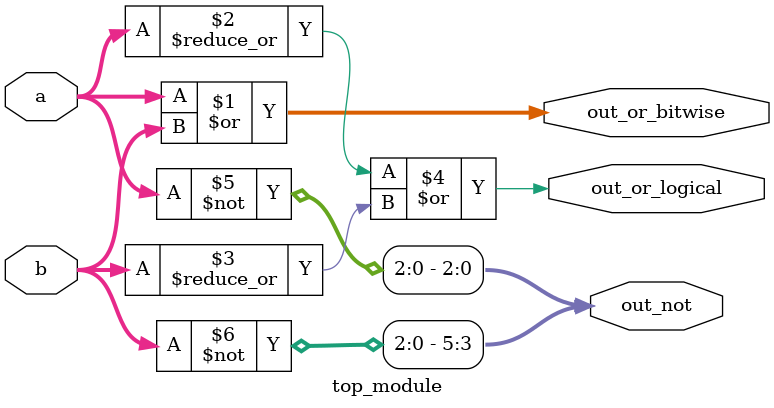
<source format=sv>
module top_module(
    input [2:0] a, 
    input [2:0] b, 
    output [2:0] out_or_bitwise,
    output out_or_logical,
    output [5:0] out_not
);

    // Bitwise OR
    assign out_or_bitwise = a | b;
    
    // Logical OR
    assign out_or_logical = |a | |b;
    
    // Inverse
    assign out_not = {~b, ~a};

endmodule

</source>
